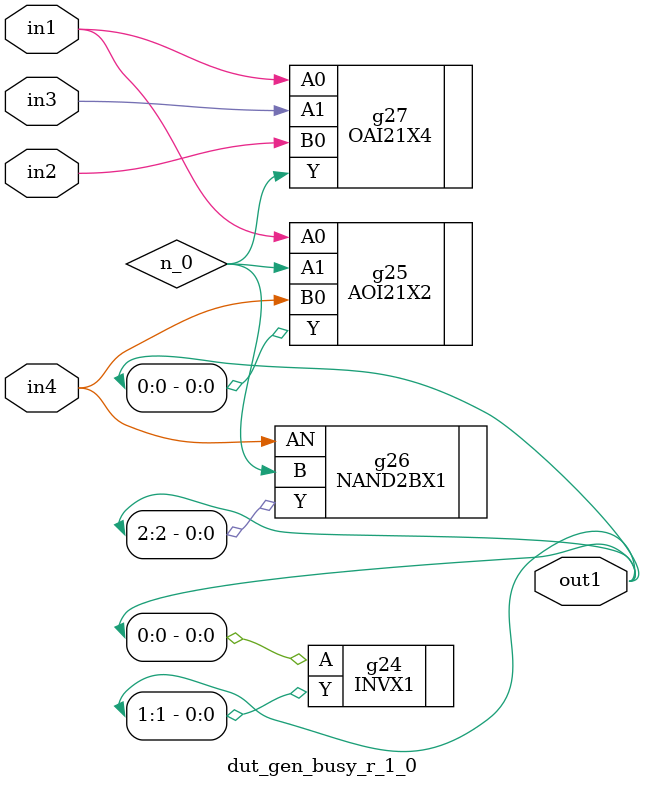
<source format=v>
`timescale 1ps / 1ps


module dut_gen_busy_r_1_0(in1, in2, in3, in4, out1);
  input in1, in2, in3, in4;
  output [2:0] out1;
  wire in1, in2, in3, in4;
  wire [2:0] out1;
  wire n_0;
  INVX1 g24(.A (out1[0]), .Y (out1[1]));
  AOI21X2 g25(.A0 (in1), .A1 (n_0), .B0 (in4), .Y (out1[0]));
  NAND2BX1 g26(.AN (in4), .B (n_0), .Y (out1[2]));
  OAI21X4 g27(.A0 (in1), .A1 (in3), .B0 (in2), .Y (n_0));
endmodule



</source>
